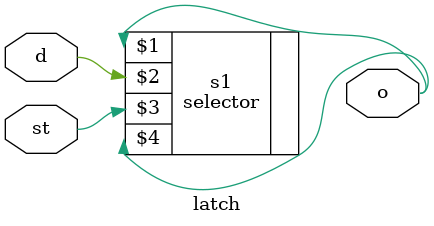
<source format=v>
`include "modules/plumbing/selector.v"
module latch
  ( 
    st,
    d,
    o
    );
   
  input st;
  input d;
  output o;
  
  selector s1(o, d, st, o);
endmodule

</source>
